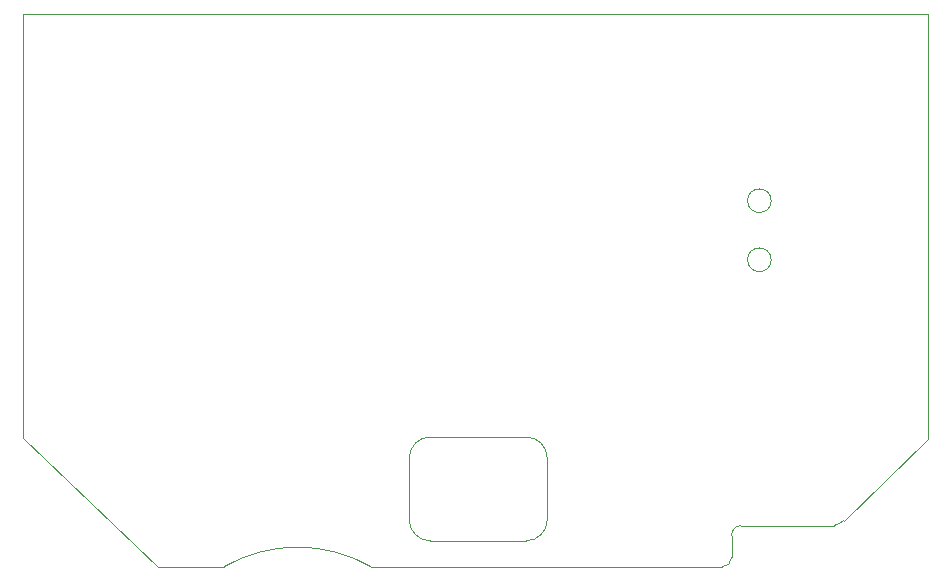
<source format=gbr>
G04 #@! TF.GenerationSoftware,KiCad,Pcbnew,6.0.10-86aedd382b~118~ubuntu22.04.1*
G04 #@! TF.CreationDate,2023-01-18T22:54:44+01:00*
G04 #@! TF.ProjectId,mre_addon_v2,6d72655f-6164-4646-9f6e-5f76322e6b69,V2.5*
G04 #@! TF.SameCoordinates,Original*
G04 #@! TF.FileFunction,Profile,NP*
%FSLAX46Y46*%
G04 Gerber Fmt 4.6, Leading zero omitted, Abs format (unit mm)*
G04 Created by KiCad (PCBNEW 6.0.10-86aedd382b~118~ubuntu22.04.1) date 2023-01-18 22:54:44*
%MOMM*%
%LPD*%
G01*
G04 APERTURE LIST*
G04 #@! TA.AperFunction,Profile*
%ADD10C,0.120000*%
G04 #@! TD*
G04 #@! TA.AperFunction,Profile*
%ADD11C,0.050000*%
G04 #@! TD*
G04 #@! TA.AperFunction,Profile*
%ADD12C,0.100000*%
G04 #@! TD*
G04 APERTURE END LIST*
D10*
X111500000Y-161500000D02*
G75*
G03*
X109700000Y-163300000I0J-1800000D01*
G01*
X109700000Y-163300000D02*
X109700000Y-168500000D01*
X121400000Y-168500000D02*
X121400000Y-163300000D01*
D11*
X146475000Y-168575000D02*
X153600000Y-161650000D01*
X88475000Y-172500000D02*
X94000000Y-172500000D01*
X77000000Y-161625000D02*
X77000000Y-125700000D01*
D10*
X111500000Y-170300000D02*
X119600000Y-170300000D01*
D11*
X137000000Y-171700000D02*
X137000000Y-169850000D01*
X153600000Y-125700000D02*
X77000000Y-125700000D01*
X88475000Y-172500000D02*
X77000000Y-161625000D01*
X153600000Y-161650000D02*
X153600000Y-125700000D01*
X136200000Y-172500000D02*
G75*
G03*
X137000000Y-171700000I0J800000D01*
G01*
D10*
X121400000Y-163300000D02*
G75*
G03*
X119600000Y-161500000I-1800000J0D01*
G01*
X109700000Y-168500000D02*
G75*
G03*
X111500000Y-170300000I1800000J0D01*
G01*
D11*
X137775000Y-169000000D02*
X145675000Y-169000000D01*
D10*
X119600000Y-170300000D02*
G75*
G03*
X121400000Y-168500000I0J1800000D01*
G01*
D11*
X106500000Y-172500000D02*
X136200000Y-172500000D01*
X145675005Y-169000029D02*
G75*
G03*
X146475000Y-168575000I-274005J1481129D01*
G01*
X106500000Y-172500000D02*
G75*
G03*
X94000000Y-172500000I-6250000J-10825321D01*
G01*
D12*
X140350000Y-146500000D02*
G75*
G03*
X140350000Y-146500000I-1000000J0D01*
G01*
D11*
X137775000Y-169000000D02*
G75*
G03*
X137000000Y-169850000I37500J-812500D01*
G01*
D10*
X111500000Y-161500000D02*
X119600000Y-161500000D01*
D12*
X140350000Y-141500000D02*
G75*
G03*
X140350000Y-141500000I-1000000J0D01*
G01*
M02*

</source>
